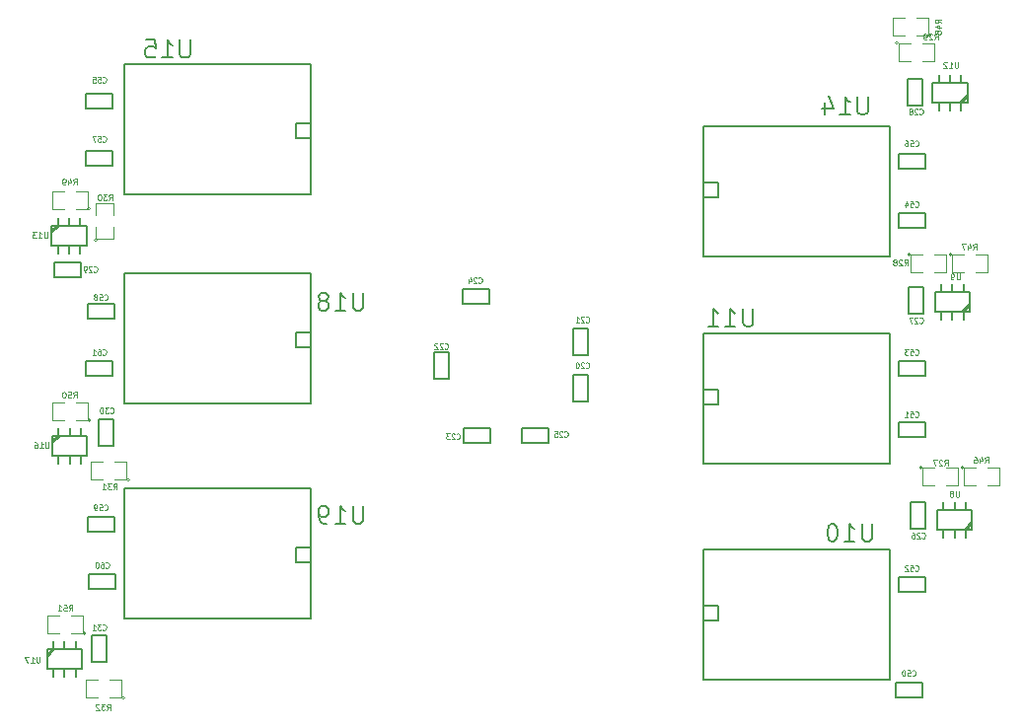
<source format=gbo>
G04 (created by PCBNEW (2013-08-23 BZR 4296)-product) date 12/22/2013 7:01:24 PM*
%MOIN*%
G04 Gerber Fmt 3.4, Leading zero omitted, Abs format*
%FSLAX34Y34*%
G01*
G70*
G90*
G04 APERTURE LIST*
%ADD10C,0.005906*%
%ADD11C,0.005000*%
%ADD12C,0.003900*%
%ADD13C,0.004500*%
%ADD14C,0.004300*%
G04 APERTURE END LIST*
G54D10*
G54D11*
X71100Y-47325D02*
X71700Y-47325D01*
X71700Y-47325D02*
X71700Y-51725D01*
X71700Y-51725D02*
X65400Y-51725D01*
X65400Y-51725D02*
X65400Y-47325D01*
X65400Y-47325D02*
X71050Y-47325D01*
X65400Y-50975D02*
X65400Y-48075D01*
X71700Y-48125D02*
X71700Y-51025D01*
X66000Y-51725D02*
X71000Y-51725D01*
X71100Y-47325D02*
X66100Y-47325D01*
X71700Y-49325D02*
X71200Y-49325D01*
X71200Y-49325D02*
X71200Y-49825D01*
X71200Y-49825D02*
X71700Y-49825D01*
X80550Y-57800D02*
X80550Y-58700D01*
X80550Y-58700D02*
X81050Y-58700D01*
X81050Y-58700D02*
X81050Y-57800D01*
X81050Y-57800D02*
X80550Y-57800D01*
X80575Y-56250D02*
X80575Y-57150D01*
X80575Y-57150D02*
X81075Y-57150D01*
X81075Y-57150D02*
X81075Y-56250D01*
X81075Y-56250D02*
X80575Y-56250D01*
X76375Y-57950D02*
X76375Y-57050D01*
X76375Y-57050D02*
X75875Y-57050D01*
X75875Y-57050D02*
X75875Y-57950D01*
X75875Y-57950D02*
X76375Y-57950D01*
X77775Y-59625D02*
X76875Y-59625D01*
X76875Y-59625D02*
X76875Y-60125D01*
X76875Y-60125D02*
X77775Y-60125D01*
X77775Y-60125D02*
X77775Y-59625D01*
X76825Y-55425D02*
X77725Y-55425D01*
X77725Y-55425D02*
X77725Y-54925D01*
X77725Y-54925D02*
X76825Y-54925D01*
X76825Y-54925D02*
X76825Y-55425D01*
X79725Y-59600D02*
X78825Y-59600D01*
X78825Y-59600D02*
X78825Y-60100D01*
X78825Y-60100D02*
X79725Y-60100D01*
X79725Y-60100D02*
X79725Y-59600D01*
X91975Y-62100D02*
X91975Y-63000D01*
X91975Y-63000D02*
X92475Y-63000D01*
X92475Y-63000D02*
X92475Y-62100D01*
X92475Y-62100D02*
X91975Y-62100D01*
X91900Y-54850D02*
X91900Y-55750D01*
X91900Y-55750D02*
X92400Y-55750D01*
X92400Y-55750D02*
X92400Y-54850D01*
X92400Y-54850D02*
X91900Y-54850D01*
X91850Y-47825D02*
X91850Y-48725D01*
X91850Y-48725D02*
X92350Y-48725D01*
X92350Y-48725D02*
X92350Y-47825D01*
X92350Y-47825D02*
X91850Y-47825D01*
X63925Y-54000D02*
X63025Y-54000D01*
X63025Y-54000D02*
X63025Y-54500D01*
X63025Y-54500D02*
X63925Y-54500D01*
X63925Y-54500D02*
X63925Y-54000D01*
X65025Y-60200D02*
X65025Y-59300D01*
X65025Y-59300D02*
X64525Y-59300D01*
X64525Y-59300D02*
X64525Y-60200D01*
X64525Y-60200D02*
X65025Y-60200D01*
X64800Y-67500D02*
X64800Y-66600D01*
X64800Y-66600D02*
X64300Y-66600D01*
X64300Y-66600D02*
X64300Y-67500D01*
X64300Y-67500D02*
X64800Y-67500D01*
G54D12*
X92350Y-60950D02*
G75*
G03X92350Y-60950I-50J0D01*
G74*
G01*
X92750Y-60950D02*
X92350Y-60950D01*
X92350Y-60950D02*
X92350Y-61550D01*
X92350Y-61550D02*
X92750Y-61550D01*
X93150Y-61550D02*
X93550Y-61550D01*
X93550Y-61550D02*
X93550Y-60950D01*
X93550Y-60950D02*
X93150Y-60950D01*
X91950Y-53750D02*
G75*
G03X91950Y-53750I-50J0D01*
G74*
G01*
X92350Y-53750D02*
X91950Y-53750D01*
X91950Y-53750D02*
X91950Y-54350D01*
X91950Y-54350D02*
X92350Y-54350D01*
X92750Y-54350D02*
X93150Y-54350D01*
X93150Y-54350D02*
X93150Y-53750D01*
X93150Y-53750D02*
X92750Y-53750D01*
X91550Y-46600D02*
G75*
G03X91550Y-46600I-50J0D01*
G74*
G01*
X91950Y-46600D02*
X91550Y-46600D01*
X91550Y-46600D02*
X91550Y-47200D01*
X91550Y-47200D02*
X91950Y-47200D01*
X92350Y-47200D02*
X92750Y-47200D01*
X92750Y-47200D02*
X92750Y-46600D01*
X92750Y-46600D02*
X92350Y-46600D01*
X64475Y-53275D02*
G75*
G03X64475Y-53275I-50J0D01*
G74*
G01*
X64425Y-52825D02*
X64425Y-53225D01*
X64425Y-53225D02*
X65025Y-53225D01*
X65025Y-53225D02*
X65025Y-52825D01*
X65025Y-52425D02*
X65025Y-52025D01*
X65025Y-52025D02*
X64425Y-52025D01*
X64425Y-52025D02*
X64425Y-52425D01*
X65575Y-61350D02*
G75*
G03X65575Y-61350I-50J0D01*
G74*
G01*
X65075Y-61350D02*
X65475Y-61350D01*
X65475Y-61350D02*
X65475Y-60750D01*
X65475Y-60750D02*
X65075Y-60750D01*
X64675Y-60750D02*
X64275Y-60750D01*
X64275Y-60750D02*
X64275Y-61350D01*
X64275Y-61350D02*
X64675Y-61350D01*
X65400Y-68725D02*
G75*
G03X65400Y-68725I-50J0D01*
G74*
G01*
X64900Y-68725D02*
X65300Y-68725D01*
X65300Y-68725D02*
X65300Y-68125D01*
X65300Y-68125D02*
X64900Y-68125D01*
X64500Y-68125D02*
X64100Y-68125D01*
X64100Y-68125D02*
X64100Y-68725D01*
X64100Y-68725D02*
X64500Y-68725D01*
G54D11*
X92859Y-63035D02*
X94041Y-63035D01*
X94041Y-63035D02*
X94041Y-62365D01*
X94041Y-62365D02*
X92859Y-62365D01*
X92859Y-62365D02*
X92859Y-63035D01*
X93785Y-63034D02*
X94040Y-62779D01*
X93845Y-63034D02*
X94040Y-62839D01*
X93450Y-62362D02*
X93450Y-62102D01*
X93075Y-62362D02*
X93075Y-62102D01*
X93825Y-62362D02*
X93825Y-62102D01*
X93450Y-63038D02*
X93450Y-63298D01*
X93075Y-63038D02*
X93075Y-63298D01*
X93825Y-63038D02*
X93825Y-63298D01*
X92784Y-55685D02*
X93966Y-55685D01*
X93966Y-55685D02*
X93966Y-55015D01*
X93966Y-55015D02*
X92784Y-55015D01*
X92784Y-55015D02*
X92784Y-55685D01*
X93710Y-55684D02*
X93965Y-55429D01*
X93770Y-55684D02*
X93965Y-55489D01*
X93375Y-55012D02*
X93375Y-54752D01*
X93000Y-55012D02*
X93000Y-54752D01*
X93750Y-55012D02*
X93750Y-54752D01*
X93375Y-55688D02*
X93375Y-55948D01*
X93000Y-55688D02*
X93000Y-55948D01*
X93750Y-55688D02*
X93750Y-55948D01*
X85575Y-68125D02*
X84975Y-68125D01*
X84975Y-68125D02*
X84975Y-63725D01*
X84975Y-63725D02*
X91275Y-63725D01*
X91275Y-63725D02*
X91275Y-68125D01*
X91275Y-68125D02*
X85625Y-68125D01*
X91275Y-64475D02*
X91275Y-67375D01*
X84975Y-67325D02*
X84975Y-64425D01*
X90675Y-63725D02*
X85675Y-63725D01*
X85575Y-68125D02*
X90575Y-68125D01*
X84975Y-66125D02*
X85475Y-66125D01*
X85475Y-66125D02*
X85475Y-65625D01*
X85475Y-65625D02*
X84975Y-65625D01*
X85550Y-60800D02*
X84950Y-60800D01*
X84950Y-60800D02*
X84950Y-56400D01*
X84950Y-56400D02*
X91250Y-56400D01*
X91250Y-56400D02*
X91250Y-60800D01*
X91250Y-60800D02*
X85600Y-60800D01*
X91250Y-57150D02*
X91250Y-60050D01*
X84950Y-60000D02*
X84950Y-57100D01*
X90650Y-56400D02*
X85650Y-56400D01*
X85550Y-60800D02*
X90550Y-60800D01*
X84950Y-58800D02*
X85450Y-58800D01*
X85450Y-58800D02*
X85450Y-58300D01*
X85450Y-58300D02*
X84950Y-58300D01*
X92709Y-48610D02*
X93891Y-48610D01*
X93891Y-48610D02*
X93891Y-47940D01*
X93891Y-47940D02*
X92709Y-47940D01*
X92709Y-47940D02*
X92709Y-48610D01*
X93635Y-48609D02*
X93890Y-48354D01*
X93695Y-48609D02*
X93890Y-48414D01*
X93300Y-47937D02*
X93300Y-47677D01*
X92925Y-47937D02*
X92925Y-47677D01*
X93675Y-47937D02*
X93675Y-47677D01*
X93300Y-48613D02*
X93300Y-48873D01*
X92925Y-48613D02*
X92925Y-48873D01*
X93675Y-48613D02*
X93675Y-48873D01*
X64116Y-52765D02*
X62934Y-52765D01*
X62934Y-52765D02*
X62934Y-53435D01*
X62934Y-53435D02*
X64116Y-53435D01*
X64116Y-53435D02*
X64116Y-52765D01*
X63190Y-52766D02*
X62935Y-53021D01*
X63130Y-52766D02*
X62935Y-52961D01*
X63525Y-53438D02*
X63525Y-53698D01*
X63900Y-53438D02*
X63900Y-53698D01*
X63150Y-53438D02*
X63150Y-53698D01*
X63525Y-52762D02*
X63525Y-52502D01*
X63900Y-52762D02*
X63900Y-52502D01*
X63150Y-52762D02*
X63150Y-52502D01*
X85550Y-53800D02*
X84950Y-53800D01*
X84950Y-53800D02*
X84950Y-49400D01*
X84950Y-49400D02*
X91250Y-49400D01*
X91250Y-49400D02*
X91250Y-53800D01*
X91250Y-53800D02*
X85600Y-53800D01*
X91250Y-50150D02*
X91250Y-53050D01*
X84950Y-53000D02*
X84950Y-50100D01*
X90650Y-49400D02*
X85650Y-49400D01*
X85550Y-53800D02*
X90550Y-53800D01*
X84950Y-51800D02*
X85450Y-51800D01*
X85450Y-51800D02*
X85450Y-51300D01*
X85450Y-51300D02*
X84950Y-51300D01*
X64141Y-59865D02*
X62959Y-59865D01*
X62959Y-59865D02*
X62959Y-60535D01*
X62959Y-60535D02*
X64141Y-60535D01*
X64141Y-60535D02*
X64141Y-59865D01*
X63215Y-59866D02*
X62960Y-60121D01*
X63155Y-59866D02*
X62960Y-60061D01*
X63550Y-60538D02*
X63550Y-60798D01*
X63925Y-60538D02*
X63925Y-60798D01*
X63175Y-60538D02*
X63175Y-60798D01*
X63550Y-59862D02*
X63550Y-59602D01*
X63925Y-59862D02*
X63925Y-59602D01*
X63175Y-59862D02*
X63175Y-59602D01*
X63966Y-67090D02*
X62784Y-67090D01*
X62784Y-67090D02*
X62784Y-67760D01*
X62784Y-67760D02*
X63966Y-67760D01*
X63966Y-67760D02*
X63966Y-67090D01*
X63040Y-67091D02*
X62785Y-67346D01*
X62980Y-67091D02*
X62785Y-67286D01*
X63375Y-67763D02*
X63375Y-68023D01*
X63750Y-67763D02*
X63750Y-68023D01*
X63000Y-67763D02*
X63000Y-68023D01*
X63375Y-67087D02*
X63375Y-66827D01*
X63750Y-67087D02*
X63750Y-66827D01*
X63000Y-67087D02*
X63000Y-66827D01*
X71100Y-54375D02*
X71700Y-54375D01*
X71700Y-54375D02*
X71700Y-58775D01*
X71700Y-58775D02*
X65400Y-58775D01*
X65400Y-58775D02*
X65400Y-54375D01*
X65400Y-54375D02*
X71050Y-54375D01*
X65400Y-58025D02*
X65400Y-55125D01*
X71700Y-55175D02*
X71700Y-58075D01*
X66000Y-58775D02*
X71000Y-58775D01*
X71100Y-54375D02*
X66100Y-54375D01*
X71700Y-56375D02*
X71200Y-56375D01*
X71200Y-56375D02*
X71200Y-56875D01*
X71200Y-56875D02*
X71700Y-56875D01*
X71100Y-61650D02*
X71700Y-61650D01*
X71700Y-61650D02*
X71700Y-66050D01*
X71700Y-66050D02*
X65400Y-66050D01*
X65400Y-66050D02*
X65400Y-61650D01*
X65400Y-61650D02*
X71050Y-61650D01*
X65400Y-65300D02*
X65400Y-62400D01*
X71700Y-62450D02*
X71700Y-65350D01*
X66000Y-66050D02*
X71000Y-66050D01*
X71100Y-61650D02*
X66100Y-61650D01*
X71700Y-63650D02*
X71200Y-63650D01*
X71200Y-63650D02*
X71200Y-64150D01*
X71200Y-64150D02*
X71700Y-64150D01*
X91450Y-68700D02*
X92350Y-68700D01*
X92350Y-68700D02*
X92350Y-68200D01*
X92350Y-68200D02*
X91450Y-68200D01*
X91450Y-68200D02*
X91450Y-68700D01*
X91550Y-59900D02*
X92450Y-59900D01*
X92450Y-59900D02*
X92450Y-59400D01*
X92450Y-59400D02*
X91550Y-59400D01*
X91550Y-59400D02*
X91550Y-59900D01*
X91550Y-65150D02*
X92450Y-65150D01*
X92450Y-65150D02*
X92450Y-64650D01*
X92450Y-64650D02*
X91550Y-64650D01*
X91550Y-64650D02*
X91550Y-65150D01*
X92450Y-57350D02*
X91550Y-57350D01*
X91550Y-57350D02*
X91550Y-57850D01*
X91550Y-57850D02*
X92450Y-57850D01*
X92450Y-57850D02*
X92450Y-57350D01*
X92450Y-52350D02*
X91550Y-52350D01*
X91550Y-52350D02*
X91550Y-52850D01*
X91550Y-52850D02*
X92450Y-52850D01*
X92450Y-52850D02*
X92450Y-52350D01*
X65000Y-48300D02*
X64100Y-48300D01*
X64100Y-48300D02*
X64100Y-48800D01*
X64100Y-48800D02*
X65000Y-48800D01*
X65000Y-48800D02*
X65000Y-48300D01*
X91550Y-50850D02*
X92450Y-50850D01*
X92450Y-50850D02*
X92450Y-50350D01*
X92450Y-50350D02*
X91550Y-50350D01*
X91550Y-50350D02*
X91550Y-50850D01*
X64100Y-50750D02*
X65000Y-50750D01*
X65000Y-50750D02*
X65000Y-50250D01*
X65000Y-50250D02*
X64100Y-50250D01*
X64100Y-50250D02*
X64100Y-50750D01*
X64150Y-55900D02*
X65050Y-55900D01*
X65050Y-55900D02*
X65050Y-55400D01*
X65050Y-55400D02*
X64150Y-55400D01*
X64150Y-55400D02*
X64150Y-55900D01*
X64150Y-63100D02*
X65050Y-63100D01*
X65050Y-63100D02*
X65050Y-62600D01*
X65050Y-62600D02*
X64150Y-62600D01*
X64150Y-62600D02*
X64150Y-63100D01*
X64200Y-65050D02*
X65100Y-65050D01*
X65100Y-65050D02*
X65100Y-64550D01*
X65100Y-64550D02*
X64200Y-64550D01*
X64200Y-64550D02*
X64200Y-65050D01*
X65000Y-57350D02*
X64100Y-57350D01*
X64100Y-57350D02*
X64100Y-57850D01*
X64100Y-57850D02*
X65000Y-57850D01*
X65000Y-57850D02*
X65000Y-57350D01*
G54D12*
X93750Y-60950D02*
G75*
G03X93750Y-60950I-50J0D01*
G74*
G01*
X94150Y-60950D02*
X93750Y-60950D01*
X93750Y-60950D02*
X93750Y-61550D01*
X93750Y-61550D02*
X94150Y-61550D01*
X94550Y-61550D02*
X94950Y-61550D01*
X94950Y-61550D02*
X94950Y-60950D01*
X94950Y-60950D02*
X94550Y-60950D01*
X93350Y-53750D02*
G75*
G03X93350Y-53750I-50J0D01*
G74*
G01*
X93750Y-53750D02*
X93350Y-53750D01*
X93350Y-53750D02*
X93350Y-54350D01*
X93350Y-54350D02*
X93750Y-54350D01*
X94150Y-54350D02*
X94550Y-54350D01*
X94550Y-54350D02*
X94550Y-53750D01*
X94550Y-53750D02*
X94150Y-53750D01*
X92650Y-46350D02*
G75*
G03X92650Y-46350I-50J0D01*
G74*
G01*
X92150Y-46350D02*
X92550Y-46350D01*
X92550Y-46350D02*
X92550Y-45750D01*
X92550Y-45750D02*
X92150Y-45750D01*
X91750Y-45750D02*
X91350Y-45750D01*
X91350Y-45750D02*
X91350Y-46350D01*
X91350Y-46350D02*
X91750Y-46350D01*
X64250Y-52200D02*
G75*
G03X64250Y-52200I-50J0D01*
G74*
G01*
X63750Y-52200D02*
X64150Y-52200D01*
X64150Y-52200D02*
X64150Y-51600D01*
X64150Y-51600D02*
X63750Y-51600D01*
X63350Y-51600D02*
X62950Y-51600D01*
X62950Y-51600D02*
X62950Y-52200D01*
X62950Y-52200D02*
X63350Y-52200D01*
X64250Y-59350D02*
G75*
G03X64250Y-59350I-50J0D01*
G74*
G01*
X63750Y-59350D02*
X64150Y-59350D01*
X64150Y-59350D02*
X64150Y-58750D01*
X64150Y-58750D02*
X63750Y-58750D01*
X63350Y-58750D02*
X62950Y-58750D01*
X62950Y-58750D02*
X62950Y-59350D01*
X62950Y-59350D02*
X63350Y-59350D01*
X64100Y-66550D02*
G75*
G03X64100Y-66550I-50J0D01*
G74*
G01*
X63600Y-66550D02*
X64000Y-66550D01*
X64000Y-66550D02*
X64000Y-65950D01*
X64000Y-65950D02*
X63600Y-65950D01*
X63200Y-65950D02*
X62800Y-65950D01*
X62800Y-65950D02*
X62800Y-66550D01*
X62800Y-66550D02*
X63200Y-66550D01*
G54D11*
X67617Y-46496D02*
X67617Y-46982D01*
X67589Y-47039D01*
X67560Y-47067D01*
X67503Y-47096D01*
X67389Y-47096D01*
X67332Y-47067D01*
X67303Y-47039D01*
X67275Y-46982D01*
X67275Y-46496D01*
X66675Y-47096D02*
X67017Y-47096D01*
X66846Y-47096D02*
X66846Y-46496D01*
X66903Y-46582D01*
X66960Y-46639D01*
X67017Y-46667D01*
X66132Y-46496D02*
X66417Y-46496D01*
X66446Y-46782D01*
X66417Y-46753D01*
X66360Y-46725D01*
X66217Y-46725D01*
X66160Y-46753D01*
X66132Y-46782D01*
X66103Y-46839D01*
X66103Y-46982D01*
X66132Y-47039D01*
X66160Y-47067D01*
X66217Y-47096D01*
X66360Y-47096D01*
X66417Y-47067D01*
X66446Y-47039D01*
G54D13*
X80990Y-57571D02*
X80999Y-57580D01*
X81025Y-57590D01*
X81042Y-57590D01*
X81067Y-57580D01*
X81085Y-57561D01*
X81093Y-57542D01*
X81102Y-57504D01*
X81102Y-57476D01*
X81093Y-57438D01*
X81085Y-57419D01*
X81067Y-57400D01*
X81042Y-57390D01*
X81025Y-57390D01*
X80999Y-57400D01*
X80990Y-57409D01*
X80922Y-57409D02*
X80913Y-57400D01*
X80896Y-57390D01*
X80853Y-57390D01*
X80836Y-57400D01*
X80827Y-57409D01*
X80819Y-57428D01*
X80819Y-57447D01*
X80827Y-57476D01*
X80930Y-57590D01*
X80819Y-57590D01*
X80707Y-57390D02*
X80690Y-57390D01*
X80673Y-57400D01*
X80665Y-57409D01*
X80656Y-57428D01*
X80647Y-57466D01*
X80647Y-57514D01*
X80656Y-57552D01*
X80665Y-57571D01*
X80673Y-57580D01*
X80690Y-57590D01*
X80707Y-57590D01*
X80725Y-57580D01*
X80733Y-57571D01*
X80742Y-57552D01*
X80750Y-57514D01*
X80750Y-57466D01*
X80742Y-57428D01*
X80733Y-57409D01*
X80725Y-57400D01*
X80707Y-57390D01*
X80990Y-56021D02*
X80999Y-56030D01*
X81025Y-56040D01*
X81042Y-56040D01*
X81067Y-56030D01*
X81085Y-56011D01*
X81093Y-55992D01*
X81102Y-55954D01*
X81102Y-55926D01*
X81093Y-55888D01*
X81085Y-55869D01*
X81067Y-55850D01*
X81042Y-55840D01*
X81025Y-55840D01*
X80999Y-55850D01*
X80990Y-55859D01*
X80922Y-55859D02*
X80913Y-55850D01*
X80896Y-55840D01*
X80853Y-55840D01*
X80836Y-55850D01*
X80827Y-55859D01*
X80819Y-55878D01*
X80819Y-55897D01*
X80827Y-55926D01*
X80930Y-56040D01*
X80819Y-56040D01*
X80647Y-56040D02*
X80750Y-56040D01*
X80699Y-56040D02*
X80699Y-55840D01*
X80716Y-55869D01*
X80733Y-55888D01*
X80750Y-55897D01*
X76215Y-56921D02*
X76224Y-56930D01*
X76250Y-56940D01*
X76267Y-56940D01*
X76292Y-56930D01*
X76310Y-56911D01*
X76318Y-56892D01*
X76327Y-56854D01*
X76327Y-56826D01*
X76318Y-56788D01*
X76310Y-56769D01*
X76292Y-56750D01*
X76267Y-56740D01*
X76250Y-56740D01*
X76224Y-56750D01*
X76215Y-56759D01*
X76147Y-56759D02*
X76138Y-56750D01*
X76121Y-56740D01*
X76078Y-56740D01*
X76061Y-56750D01*
X76052Y-56759D01*
X76044Y-56778D01*
X76044Y-56797D01*
X76052Y-56826D01*
X76155Y-56940D01*
X76044Y-56940D01*
X75975Y-56759D02*
X75967Y-56750D01*
X75950Y-56740D01*
X75907Y-56740D01*
X75890Y-56750D01*
X75881Y-56759D01*
X75872Y-56778D01*
X75872Y-56797D01*
X75881Y-56826D01*
X75984Y-56940D01*
X75872Y-56940D01*
X76615Y-59971D02*
X76624Y-59980D01*
X76650Y-59990D01*
X76667Y-59990D01*
X76692Y-59980D01*
X76710Y-59961D01*
X76718Y-59942D01*
X76727Y-59904D01*
X76727Y-59876D01*
X76718Y-59838D01*
X76710Y-59819D01*
X76692Y-59800D01*
X76667Y-59790D01*
X76650Y-59790D01*
X76624Y-59800D01*
X76615Y-59809D01*
X76547Y-59809D02*
X76538Y-59800D01*
X76521Y-59790D01*
X76478Y-59790D01*
X76461Y-59800D01*
X76452Y-59809D01*
X76444Y-59828D01*
X76444Y-59847D01*
X76452Y-59876D01*
X76555Y-59990D01*
X76444Y-59990D01*
X76384Y-59790D02*
X76272Y-59790D01*
X76332Y-59866D01*
X76307Y-59866D01*
X76290Y-59876D01*
X76281Y-59885D01*
X76272Y-59904D01*
X76272Y-59952D01*
X76281Y-59971D01*
X76290Y-59980D01*
X76307Y-59990D01*
X76358Y-59990D01*
X76375Y-59980D01*
X76384Y-59971D01*
X77365Y-54696D02*
X77374Y-54705D01*
X77400Y-54715D01*
X77417Y-54715D01*
X77442Y-54705D01*
X77460Y-54686D01*
X77468Y-54667D01*
X77477Y-54629D01*
X77477Y-54601D01*
X77468Y-54563D01*
X77460Y-54544D01*
X77442Y-54525D01*
X77417Y-54515D01*
X77400Y-54515D01*
X77374Y-54525D01*
X77365Y-54534D01*
X77297Y-54534D02*
X77288Y-54525D01*
X77271Y-54515D01*
X77228Y-54515D01*
X77211Y-54525D01*
X77202Y-54534D01*
X77194Y-54553D01*
X77194Y-54572D01*
X77202Y-54601D01*
X77305Y-54715D01*
X77194Y-54715D01*
X77040Y-54582D02*
X77040Y-54715D01*
X77082Y-54505D02*
X77125Y-54648D01*
X77014Y-54648D01*
X80265Y-59896D02*
X80274Y-59905D01*
X80300Y-59915D01*
X80317Y-59915D01*
X80342Y-59905D01*
X80360Y-59886D01*
X80368Y-59867D01*
X80377Y-59829D01*
X80377Y-59801D01*
X80368Y-59763D01*
X80360Y-59744D01*
X80342Y-59725D01*
X80317Y-59715D01*
X80300Y-59715D01*
X80274Y-59725D01*
X80265Y-59734D01*
X80197Y-59734D02*
X80188Y-59725D01*
X80171Y-59715D01*
X80128Y-59715D01*
X80111Y-59725D01*
X80102Y-59734D01*
X80094Y-59753D01*
X80094Y-59772D01*
X80102Y-59801D01*
X80205Y-59915D01*
X80094Y-59915D01*
X79931Y-59715D02*
X80017Y-59715D01*
X80025Y-59810D01*
X80017Y-59801D01*
X80000Y-59791D01*
X79957Y-59791D01*
X79940Y-59801D01*
X79931Y-59810D01*
X79922Y-59829D01*
X79922Y-59877D01*
X79931Y-59896D01*
X79940Y-59905D01*
X79957Y-59915D01*
X80000Y-59915D01*
X80017Y-59905D01*
X80025Y-59896D01*
X92340Y-63321D02*
X92349Y-63330D01*
X92375Y-63340D01*
X92392Y-63340D01*
X92417Y-63330D01*
X92435Y-63311D01*
X92443Y-63292D01*
X92452Y-63254D01*
X92452Y-63226D01*
X92443Y-63188D01*
X92435Y-63169D01*
X92417Y-63150D01*
X92392Y-63140D01*
X92375Y-63140D01*
X92349Y-63150D01*
X92340Y-63159D01*
X92272Y-63159D02*
X92263Y-63150D01*
X92246Y-63140D01*
X92203Y-63140D01*
X92186Y-63150D01*
X92177Y-63159D01*
X92169Y-63178D01*
X92169Y-63197D01*
X92177Y-63226D01*
X92280Y-63340D01*
X92169Y-63340D01*
X92015Y-63140D02*
X92049Y-63140D01*
X92066Y-63150D01*
X92075Y-63159D01*
X92092Y-63188D01*
X92100Y-63226D01*
X92100Y-63302D01*
X92092Y-63321D01*
X92083Y-63330D01*
X92066Y-63340D01*
X92032Y-63340D01*
X92015Y-63330D01*
X92006Y-63321D01*
X91997Y-63302D01*
X91997Y-63254D01*
X92006Y-63235D01*
X92015Y-63226D01*
X92032Y-63216D01*
X92066Y-63216D01*
X92083Y-63226D01*
X92092Y-63235D01*
X92100Y-63254D01*
X92265Y-56046D02*
X92274Y-56055D01*
X92300Y-56065D01*
X92317Y-56065D01*
X92342Y-56055D01*
X92360Y-56036D01*
X92368Y-56017D01*
X92377Y-55979D01*
X92377Y-55951D01*
X92368Y-55913D01*
X92360Y-55894D01*
X92342Y-55875D01*
X92317Y-55865D01*
X92300Y-55865D01*
X92274Y-55875D01*
X92265Y-55884D01*
X92197Y-55884D02*
X92188Y-55875D01*
X92171Y-55865D01*
X92128Y-55865D01*
X92111Y-55875D01*
X92102Y-55884D01*
X92094Y-55903D01*
X92094Y-55922D01*
X92102Y-55951D01*
X92205Y-56065D01*
X92094Y-56065D01*
X92034Y-55865D02*
X91914Y-55865D01*
X91991Y-56065D01*
X92265Y-48996D02*
X92274Y-49005D01*
X92300Y-49015D01*
X92317Y-49015D01*
X92342Y-49005D01*
X92360Y-48986D01*
X92368Y-48967D01*
X92377Y-48929D01*
X92377Y-48901D01*
X92368Y-48863D01*
X92360Y-48844D01*
X92342Y-48825D01*
X92317Y-48815D01*
X92300Y-48815D01*
X92274Y-48825D01*
X92265Y-48834D01*
X92197Y-48834D02*
X92188Y-48825D01*
X92171Y-48815D01*
X92128Y-48815D01*
X92111Y-48825D01*
X92102Y-48834D01*
X92094Y-48853D01*
X92094Y-48872D01*
X92102Y-48901D01*
X92205Y-49015D01*
X92094Y-49015D01*
X91991Y-48901D02*
X92008Y-48891D01*
X92017Y-48882D01*
X92025Y-48863D01*
X92025Y-48853D01*
X92017Y-48834D01*
X92008Y-48825D01*
X91991Y-48815D01*
X91957Y-48815D01*
X91940Y-48825D01*
X91931Y-48834D01*
X91922Y-48853D01*
X91922Y-48863D01*
X91931Y-48882D01*
X91940Y-48891D01*
X91957Y-48901D01*
X91991Y-48901D01*
X92008Y-48910D01*
X92017Y-48920D01*
X92025Y-48939D01*
X92025Y-48977D01*
X92017Y-48996D01*
X92008Y-49005D01*
X91991Y-49015D01*
X91957Y-49015D01*
X91940Y-49005D01*
X91931Y-48996D01*
X91922Y-48977D01*
X91922Y-48939D01*
X91931Y-48920D01*
X91940Y-48910D01*
X91957Y-48901D01*
X64365Y-54321D02*
X64374Y-54330D01*
X64400Y-54340D01*
X64417Y-54340D01*
X64442Y-54330D01*
X64460Y-54311D01*
X64468Y-54292D01*
X64477Y-54254D01*
X64477Y-54226D01*
X64468Y-54188D01*
X64460Y-54169D01*
X64442Y-54150D01*
X64417Y-54140D01*
X64400Y-54140D01*
X64374Y-54150D01*
X64365Y-54159D01*
X64297Y-54159D02*
X64288Y-54150D01*
X64271Y-54140D01*
X64228Y-54140D01*
X64211Y-54150D01*
X64202Y-54159D01*
X64194Y-54178D01*
X64194Y-54197D01*
X64202Y-54226D01*
X64305Y-54340D01*
X64194Y-54340D01*
X64108Y-54340D02*
X64074Y-54340D01*
X64057Y-54330D01*
X64048Y-54321D01*
X64031Y-54292D01*
X64022Y-54254D01*
X64022Y-54178D01*
X64031Y-54159D01*
X64040Y-54150D01*
X64057Y-54140D01*
X64091Y-54140D01*
X64108Y-54150D01*
X64117Y-54159D01*
X64125Y-54178D01*
X64125Y-54226D01*
X64117Y-54245D01*
X64108Y-54254D01*
X64091Y-54264D01*
X64057Y-54264D01*
X64040Y-54254D01*
X64031Y-54245D01*
X64022Y-54226D01*
X64915Y-59096D02*
X64924Y-59105D01*
X64950Y-59115D01*
X64967Y-59115D01*
X64992Y-59105D01*
X65010Y-59086D01*
X65018Y-59067D01*
X65027Y-59029D01*
X65027Y-59001D01*
X65018Y-58963D01*
X65010Y-58944D01*
X64992Y-58925D01*
X64967Y-58915D01*
X64950Y-58915D01*
X64924Y-58925D01*
X64915Y-58934D01*
X64855Y-58915D02*
X64744Y-58915D01*
X64804Y-58991D01*
X64778Y-58991D01*
X64761Y-59001D01*
X64752Y-59010D01*
X64744Y-59029D01*
X64744Y-59077D01*
X64752Y-59096D01*
X64761Y-59105D01*
X64778Y-59115D01*
X64830Y-59115D01*
X64847Y-59105D01*
X64855Y-59096D01*
X64632Y-58915D02*
X64615Y-58915D01*
X64598Y-58925D01*
X64590Y-58934D01*
X64581Y-58953D01*
X64572Y-58991D01*
X64572Y-59039D01*
X64581Y-59077D01*
X64590Y-59096D01*
X64598Y-59105D01*
X64615Y-59115D01*
X64632Y-59115D01*
X64650Y-59105D01*
X64658Y-59096D01*
X64667Y-59077D01*
X64675Y-59039D01*
X64675Y-58991D01*
X64667Y-58953D01*
X64658Y-58934D01*
X64650Y-58925D01*
X64632Y-58915D01*
X64665Y-66421D02*
X64674Y-66430D01*
X64700Y-66440D01*
X64717Y-66440D01*
X64742Y-66430D01*
X64760Y-66411D01*
X64768Y-66392D01*
X64777Y-66354D01*
X64777Y-66326D01*
X64768Y-66288D01*
X64760Y-66269D01*
X64742Y-66250D01*
X64717Y-66240D01*
X64700Y-66240D01*
X64674Y-66250D01*
X64665Y-66259D01*
X64605Y-66240D02*
X64494Y-66240D01*
X64554Y-66316D01*
X64528Y-66316D01*
X64511Y-66326D01*
X64502Y-66335D01*
X64494Y-66354D01*
X64494Y-66402D01*
X64502Y-66421D01*
X64511Y-66430D01*
X64528Y-66440D01*
X64580Y-66440D01*
X64597Y-66430D01*
X64605Y-66421D01*
X64322Y-66440D02*
X64425Y-66440D01*
X64374Y-66440D02*
X64374Y-66240D01*
X64391Y-66269D01*
X64408Y-66288D01*
X64425Y-66297D01*
G54D14*
X93101Y-60889D02*
X93167Y-60795D01*
X93214Y-60889D02*
X93214Y-60692D01*
X93139Y-60692D01*
X93120Y-60701D01*
X93111Y-60710D01*
X93101Y-60729D01*
X93101Y-60757D01*
X93111Y-60776D01*
X93120Y-60785D01*
X93139Y-60795D01*
X93214Y-60795D01*
X93026Y-60710D02*
X93017Y-60701D01*
X92998Y-60692D01*
X92951Y-60692D01*
X92932Y-60701D01*
X92923Y-60710D01*
X92914Y-60729D01*
X92914Y-60748D01*
X92923Y-60776D01*
X93035Y-60889D01*
X92914Y-60889D01*
X92848Y-60692D02*
X92717Y-60692D01*
X92801Y-60889D01*
X91751Y-54114D02*
X91817Y-54020D01*
X91864Y-54114D02*
X91864Y-53917D01*
X91789Y-53917D01*
X91770Y-53926D01*
X91761Y-53935D01*
X91751Y-53954D01*
X91751Y-53982D01*
X91761Y-54001D01*
X91770Y-54010D01*
X91789Y-54020D01*
X91864Y-54020D01*
X91676Y-53935D02*
X91667Y-53926D01*
X91648Y-53917D01*
X91601Y-53917D01*
X91582Y-53926D01*
X91573Y-53935D01*
X91564Y-53954D01*
X91564Y-53973D01*
X91573Y-54001D01*
X91685Y-54114D01*
X91564Y-54114D01*
X91451Y-54001D02*
X91470Y-53992D01*
X91479Y-53982D01*
X91488Y-53964D01*
X91488Y-53954D01*
X91479Y-53935D01*
X91470Y-53926D01*
X91451Y-53917D01*
X91413Y-53917D01*
X91395Y-53926D01*
X91385Y-53935D01*
X91376Y-53954D01*
X91376Y-53964D01*
X91385Y-53982D01*
X91395Y-53992D01*
X91413Y-54001D01*
X91451Y-54001D01*
X91470Y-54010D01*
X91479Y-54020D01*
X91488Y-54039D01*
X91488Y-54076D01*
X91479Y-54095D01*
X91470Y-54104D01*
X91451Y-54114D01*
X91413Y-54114D01*
X91395Y-54104D01*
X91385Y-54095D01*
X91376Y-54076D01*
X91376Y-54039D01*
X91385Y-54020D01*
X91395Y-54010D01*
X91413Y-54001D01*
X92776Y-46489D02*
X92842Y-46395D01*
X92889Y-46489D02*
X92889Y-46292D01*
X92814Y-46292D01*
X92795Y-46301D01*
X92786Y-46310D01*
X92776Y-46329D01*
X92776Y-46357D01*
X92786Y-46376D01*
X92795Y-46385D01*
X92814Y-46395D01*
X92889Y-46395D01*
X92701Y-46310D02*
X92692Y-46301D01*
X92673Y-46292D01*
X92626Y-46292D01*
X92607Y-46301D01*
X92598Y-46310D01*
X92589Y-46329D01*
X92589Y-46348D01*
X92598Y-46376D01*
X92710Y-46489D01*
X92589Y-46489D01*
X92495Y-46489D02*
X92457Y-46489D01*
X92438Y-46479D01*
X92429Y-46470D01*
X92410Y-46442D01*
X92401Y-46404D01*
X92401Y-46329D01*
X92410Y-46310D01*
X92420Y-46301D01*
X92438Y-46292D01*
X92476Y-46292D01*
X92495Y-46301D01*
X92504Y-46310D01*
X92513Y-46329D01*
X92513Y-46376D01*
X92504Y-46395D01*
X92495Y-46404D01*
X92476Y-46414D01*
X92438Y-46414D01*
X92420Y-46404D01*
X92410Y-46395D01*
X92401Y-46376D01*
X64876Y-51914D02*
X64942Y-51820D01*
X64989Y-51914D02*
X64989Y-51717D01*
X64914Y-51717D01*
X64895Y-51726D01*
X64886Y-51735D01*
X64876Y-51754D01*
X64876Y-51782D01*
X64886Y-51801D01*
X64895Y-51810D01*
X64914Y-51820D01*
X64989Y-51820D01*
X64810Y-51717D02*
X64689Y-51717D01*
X64754Y-51792D01*
X64726Y-51792D01*
X64707Y-51801D01*
X64698Y-51810D01*
X64689Y-51829D01*
X64689Y-51876D01*
X64698Y-51895D01*
X64707Y-51904D01*
X64726Y-51914D01*
X64782Y-51914D01*
X64801Y-51904D01*
X64810Y-51895D01*
X64567Y-51717D02*
X64548Y-51717D01*
X64529Y-51726D01*
X64520Y-51735D01*
X64510Y-51754D01*
X64501Y-51792D01*
X64501Y-51839D01*
X64510Y-51876D01*
X64520Y-51895D01*
X64529Y-51904D01*
X64548Y-51914D01*
X64567Y-51914D01*
X64585Y-51904D01*
X64595Y-51895D01*
X64604Y-51876D01*
X64613Y-51839D01*
X64613Y-51792D01*
X64604Y-51754D01*
X64595Y-51735D01*
X64585Y-51726D01*
X64567Y-51717D01*
X65026Y-61689D02*
X65092Y-61595D01*
X65139Y-61689D02*
X65139Y-61492D01*
X65064Y-61492D01*
X65045Y-61501D01*
X65036Y-61510D01*
X65026Y-61529D01*
X65026Y-61557D01*
X65036Y-61576D01*
X65045Y-61585D01*
X65064Y-61595D01*
X65139Y-61595D01*
X64960Y-61492D02*
X64839Y-61492D01*
X64904Y-61567D01*
X64876Y-61567D01*
X64857Y-61576D01*
X64848Y-61585D01*
X64839Y-61604D01*
X64839Y-61651D01*
X64848Y-61670D01*
X64857Y-61679D01*
X64876Y-61689D01*
X64932Y-61689D01*
X64951Y-61679D01*
X64960Y-61670D01*
X64651Y-61689D02*
X64763Y-61689D01*
X64707Y-61689D02*
X64707Y-61492D01*
X64726Y-61520D01*
X64745Y-61539D01*
X64763Y-61548D01*
X64801Y-69139D02*
X64867Y-69045D01*
X64914Y-69139D02*
X64914Y-68942D01*
X64839Y-68942D01*
X64820Y-68951D01*
X64811Y-68960D01*
X64801Y-68979D01*
X64801Y-69007D01*
X64811Y-69026D01*
X64820Y-69035D01*
X64839Y-69045D01*
X64914Y-69045D01*
X64735Y-68942D02*
X64614Y-68942D01*
X64679Y-69017D01*
X64651Y-69017D01*
X64632Y-69026D01*
X64623Y-69035D01*
X64614Y-69054D01*
X64614Y-69101D01*
X64623Y-69120D01*
X64632Y-69129D01*
X64651Y-69139D01*
X64707Y-69139D01*
X64726Y-69129D01*
X64735Y-69120D01*
X64538Y-68960D02*
X64529Y-68951D01*
X64510Y-68942D01*
X64463Y-68942D01*
X64445Y-68951D01*
X64435Y-68960D01*
X64426Y-68979D01*
X64426Y-68998D01*
X64435Y-69026D01*
X64548Y-69139D01*
X64426Y-69139D01*
G54D12*
X93600Y-61742D02*
X93600Y-61901D01*
X93590Y-61920D01*
X93581Y-61929D01*
X93562Y-61939D01*
X93525Y-61939D01*
X93506Y-61929D01*
X93496Y-61920D01*
X93487Y-61901D01*
X93487Y-61742D01*
X93365Y-61826D02*
X93384Y-61817D01*
X93393Y-61807D01*
X93403Y-61789D01*
X93403Y-61779D01*
X93393Y-61760D01*
X93384Y-61751D01*
X93365Y-61742D01*
X93328Y-61742D01*
X93309Y-61751D01*
X93299Y-61760D01*
X93290Y-61779D01*
X93290Y-61789D01*
X93299Y-61807D01*
X93309Y-61817D01*
X93328Y-61826D01*
X93365Y-61826D01*
X93384Y-61835D01*
X93393Y-61845D01*
X93403Y-61864D01*
X93403Y-61901D01*
X93393Y-61920D01*
X93384Y-61929D01*
X93365Y-61939D01*
X93328Y-61939D01*
X93309Y-61929D01*
X93299Y-61920D01*
X93290Y-61901D01*
X93290Y-61864D01*
X93299Y-61845D01*
X93309Y-61835D01*
X93328Y-61826D01*
X93625Y-54392D02*
X93625Y-54551D01*
X93615Y-54570D01*
X93606Y-54579D01*
X93587Y-54589D01*
X93550Y-54589D01*
X93531Y-54579D01*
X93521Y-54570D01*
X93512Y-54551D01*
X93512Y-54392D01*
X93409Y-54589D02*
X93371Y-54589D01*
X93353Y-54579D01*
X93343Y-54570D01*
X93324Y-54542D01*
X93315Y-54504D01*
X93315Y-54429D01*
X93324Y-54410D01*
X93334Y-54401D01*
X93353Y-54392D01*
X93390Y-54392D01*
X93409Y-54401D01*
X93418Y-54410D01*
X93428Y-54429D01*
X93428Y-54476D01*
X93418Y-54495D01*
X93409Y-54504D01*
X93390Y-54514D01*
X93353Y-54514D01*
X93334Y-54504D01*
X93324Y-54495D01*
X93315Y-54476D01*
G54D11*
X90667Y-62846D02*
X90667Y-63332D01*
X90639Y-63389D01*
X90610Y-63417D01*
X90553Y-63446D01*
X90439Y-63446D01*
X90382Y-63417D01*
X90353Y-63389D01*
X90325Y-63332D01*
X90325Y-62846D01*
X89725Y-63446D02*
X90067Y-63446D01*
X89896Y-63446D02*
X89896Y-62846D01*
X89953Y-62932D01*
X90010Y-62989D01*
X90067Y-63017D01*
X89353Y-62846D02*
X89296Y-62846D01*
X89239Y-62875D01*
X89210Y-62903D01*
X89182Y-62960D01*
X89153Y-63075D01*
X89153Y-63217D01*
X89182Y-63332D01*
X89210Y-63389D01*
X89239Y-63417D01*
X89296Y-63446D01*
X89353Y-63446D01*
X89410Y-63417D01*
X89439Y-63389D01*
X89467Y-63332D01*
X89496Y-63217D01*
X89496Y-63075D01*
X89467Y-62960D01*
X89439Y-62903D01*
X89410Y-62875D01*
X89353Y-62846D01*
X86642Y-55571D02*
X86642Y-56057D01*
X86614Y-56114D01*
X86585Y-56142D01*
X86528Y-56171D01*
X86414Y-56171D01*
X86357Y-56142D01*
X86328Y-56114D01*
X86300Y-56057D01*
X86300Y-55571D01*
X85700Y-56171D02*
X86042Y-56171D01*
X85871Y-56171D02*
X85871Y-55571D01*
X85928Y-55657D01*
X85985Y-55714D01*
X86042Y-55742D01*
X85128Y-56171D02*
X85471Y-56171D01*
X85300Y-56171D02*
X85300Y-55571D01*
X85357Y-55657D01*
X85414Y-55714D01*
X85471Y-55742D01*
G54D12*
X93568Y-47242D02*
X93568Y-47401D01*
X93559Y-47420D01*
X93550Y-47429D01*
X93531Y-47439D01*
X93493Y-47439D01*
X93475Y-47429D01*
X93465Y-47420D01*
X93456Y-47401D01*
X93456Y-47242D01*
X93259Y-47439D02*
X93371Y-47439D01*
X93315Y-47439D02*
X93315Y-47242D01*
X93334Y-47270D01*
X93353Y-47289D01*
X93371Y-47298D01*
X93184Y-47260D02*
X93174Y-47251D01*
X93156Y-47242D01*
X93109Y-47242D01*
X93090Y-47251D01*
X93081Y-47260D01*
X93071Y-47279D01*
X93071Y-47298D01*
X93081Y-47326D01*
X93193Y-47439D01*
X93071Y-47439D01*
X62793Y-52992D02*
X62793Y-53151D01*
X62784Y-53170D01*
X62775Y-53179D01*
X62756Y-53189D01*
X62718Y-53189D01*
X62700Y-53179D01*
X62690Y-53170D01*
X62681Y-53151D01*
X62681Y-52992D01*
X62484Y-53189D02*
X62596Y-53189D01*
X62540Y-53189D02*
X62540Y-52992D01*
X62559Y-53020D01*
X62578Y-53039D01*
X62596Y-53048D01*
X62418Y-52992D02*
X62296Y-52992D01*
X62362Y-53067D01*
X62334Y-53067D01*
X62315Y-53076D01*
X62306Y-53085D01*
X62296Y-53104D01*
X62296Y-53151D01*
X62306Y-53170D01*
X62315Y-53179D01*
X62334Y-53189D01*
X62390Y-53189D01*
X62409Y-53179D01*
X62418Y-53170D01*
G54D11*
X90517Y-48421D02*
X90517Y-48907D01*
X90489Y-48964D01*
X90460Y-48992D01*
X90403Y-49021D01*
X90289Y-49021D01*
X90232Y-48992D01*
X90203Y-48964D01*
X90175Y-48907D01*
X90175Y-48421D01*
X89575Y-49021D02*
X89917Y-49021D01*
X89746Y-49021D02*
X89746Y-48421D01*
X89803Y-48507D01*
X89860Y-48564D01*
X89917Y-48592D01*
X89060Y-48621D02*
X89060Y-49021D01*
X89203Y-48392D02*
X89346Y-48821D01*
X88975Y-48821D01*
G54D12*
X62843Y-60092D02*
X62843Y-60251D01*
X62834Y-60270D01*
X62825Y-60279D01*
X62806Y-60289D01*
X62768Y-60289D01*
X62750Y-60279D01*
X62740Y-60270D01*
X62731Y-60251D01*
X62731Y-60092D01*
X62534Y-60289D02*
X62646Y-60289D01*
X62590Y-60289D02*
X62590Y-60092D01*
X62609Y-60120D01*
X62628Y-60139D01*
X62646Y-60148D01*
X62365Y-60092D02*
X62403Y-60092D01*
X62421Y-60101D01*
X62431Y-60110D01*
X62449Y-60139D01*
X62459Y-60176D01*
X62459Y-60251D01*
X62449Y-60270D01*
X62440Y-60279D01*
X62421Y-60289D01*
X62384Y-60289D01*
X62365Y-60279D01*
X62356Y-60270D01*
X62346Y-60251D01*
X62346Y-60204D01*
X62356Y-60185D01*
X62365Y-60176D01*
X62384Y-60167D01*
X62421Y-60167D01*
X62440Y-60176D01*
X62449Y-60185D01*
X62459Y-60204D01*
X62543Y-67342D02*
X62543Y-67501D01*
X62534Y-67520D01*
X62525Y-67529D01*
X62506Y-67539D01*
X62468Y-67539D01*
X62450Y-67529D01*
X62440Y-67520D01*
X62431Y-67501D01*
X62431Y-67342D01*
X62234Y-67539D02*
X62346Y-67539D01*
X62290Y-67539D02*
X62290Y-67342D01*
X62309Y-67370D01*
X62328Y-67389D01*
X62346Y-67398D01*
X62168Y-67342D02*
X62037Y-67342D01*
X62121Y-67539D01*
G54D11*
X73467Y-55046D02*
X73467Y-55532D01*
X73439Y-55589D01*
X73410Y-55617D01*
X73353Y-55646D01*
X73239Y-55646D01*
X73182Y-55617D01*
X73153Y-55589D01*
X73125Y-55532D01*
X73125Y-55046D01*
X72525Y-55646D02*
X72867Y-55646D01*
X72696Y-55646D02*
X72696Y-55046D01*
X72753Y-55132D01*
X72810Y-55189D01*
X72867Y-55217D01*
X72182Y-55303D02*
X72239Y-55275D01*
X72267Y-55246D01*
X72296Y-55189D01*
X72296Y-55160D01*
X72267Y-55103D01*
X72239Y-55075D01*
X72182Y-55046D01*
X72067Y-55046D01*
X72010Y-55075D01*
X71982Y-55103D01*
X71953Y-55160D01*
X71953Y-55189D01*
X71982Y-55246D01*
X72010Y-55275D01*
X72067Y-55303D01*
X72182Y-55303D01*
X72239Y-55332D01*
X72267Y-55360D01*
X72296Y-55417D01*
X72296Y-55532D01*
X72267Y-55589D01*
X72239Y-55617D01*
X72182Y-55646D01*
X72067Y-55646D01*
X72010Y-55617D01*
X71982Y-55589D01*
X71953Y-55532D01*
X71953Y-55417D01*
X71982Y-55360D01*
X72010Y-55332D01*
X72067Y-55303D01*
X73467Y-62246D02*
X73467Y-62732D01*
X73439Y-62789D01*
X73410Y-62817D01*
X73353Y-62846D01*
X73239Y-62846D01*
X73182Y-62817D01*
X73153Y-62789D01*
X73125Y-62732D01*
X73125Y-62246D01*
X72525Y-62846D02*
X72867Y-62846D01*
X72696Y-62846D02*
X72696Y-62246D01*
X72753Y-62332D01*
X72810Y-62389D01*
X72867Y-62417D01*
X72239Y-62846D02*
X72125Y-62846D01*
X72067Y-62817D01*
X72039Y-62789D01*
X71982Y-62703D01*
X71953Y-62589D01*
X71953Y-62360D01*
X71982Y-62303D01*
X72010Y-62275D01*
X72067Y-62246D01*
X72182Y-62246D01*
X72239Y-62275D01*
X72267Y-62303D01*
X72296Y-62360D01*
X72296Y-62503D01*
X72267Y-62560D01*
X72239Y-62589D01*
X72182Y-62617D01*
X72067Y-62617D01*
X72010Y-62589D01*
X71982Y-62560D01*
X71953Y-62503D01*
G54D13*
X92015Y-67971D02*
X92024Y-67980D01*
X92050Y-67990D01*
X92067Y-67990D01*
X92092Y-67980D01*
X92110Y-67961D01*
X92118Y-67942D01*
X92127Y-67904D01*
X92127Y-67876D01*
X92118Y-67838D01*
X92110Y-67819D01*
X92092Y-67800D01*
X92067Y-67790D01*
X92050Y-67790D01*
X92024Y-67800D01*
X92015Y-67809D01*
X91852Y-67790D02*
X91938Y-67790D01*
X91947Y-67885D01*
X91938Y-67876D01*
X91921Y-67866D01*
X91878Y-67866D01*
X91861Y-67876D01*
X91852Y-67885D01*
X91844Y-67904D01*
X91844Y-67952D01*
X91852Y-67971D01*
X91861Y-67980D01*
X91878Y-67990D01*
X91921Y-67990D01*
X91938Y-67980D01*
X91947Y-67971D01*
X91732Y-67790D02*
X91715Y-67790D01*
X91698Y-67800D01*
X91690Y-67809D01*
X91681Y-67828D01*
X91672Y-67866D01*
X91672Y-67914D01*
X91681Y-67952D01*
X91690Y-67971D01*
X91698Y-67980D01*
X91715Y-67990D01*
X91732Y-67990D01*
X91750Y-67980D01*
X91758Y-67971D01*
X91767Y-67952D01*
X91775Y-67914D01*
X91775Y-67866D01*
X91767Y-67828D01*
X91758Y-67809D01*
X91750Y-67800D01*
X91732Y-67790D01*
X92115Y-59221D02*
X92124Y-59230D01*
X92150Y-59240D01*
X92167Y-59240D01*
X92192Y-59230D01*
X92210Y-59211D01*
X92218Y-59192D01*
X92227Y-59154D01*
X92227Y-59126D01*
X92218Y-59088D01*
X92210Y-59069D01*
X92192Y-59050D01*
X92167Y-59040D01*
X92150Y-59040D01*
X92124Y-59050D01*
X92115Y-59059D01*
X91952Y-59040D02*
X92038Y-59040D01*
X92047Y-59135D01*
X92038Y-59126D01*
X92021Y-59116D01*
X91978Y-59116D01*
X91961Y-59126D01*
X91952Y-59135D01*
X91944Y-59154D01*
X91944Y-59202D01*
X91952Y-59221D01*
X91961Y-59230D01*
X91978Y-59240D01*
X92021Y-59240D01*
X92038Y-59230D01*
X92047Y-59221D01*
X91772Y-59240D02*
X91875Y-59240D01*
X91824Y-59240D02*
X91824Y-59040D01*
X91841Y-59069D01*
X91858Y-59088D01*
X91875Y-59097D01*
X92115Y-64421D02*
X92124Y-64430D01*
X92150Y-64440D01*
X92167Y-64440D01*
X92192Y-64430D01*
X92210Y-64411D01*
X92218Y-64392D01*
X92227Y-64354D01*
X92227Y-64326D01*
X92218Y-64288D01*
X92210Y-64269D01*
X92192Y-64250D01*
X92167Y-64240D01*
X92150Y-64240D01*
X92124Y-64250D01*
X92115Y-64259D01*
X91952Y-64240D02*
X92038Y-64240D01*
X92047Y-64335D01*
X92038Y-64326D01*
X92021Y-64316D01*
X91978Y-64316D01*
X91961Y-64326D01*
X91952Y-64335D01*
X91944Y-64354D01*
X91944Y-64402D01*
X91952Y-64421D01*
X91961Y-64430D01*
X91978Y-64440D01*
X92021Y-64440D01*
X92038Y-64430D01*
X92047Y-64421D01*
X91875Y-64259D02*
X91867Y-64250D01*
X91850Y-64240D01*
X91807Y-64240D01*
X91790Y-64250D01*
X91781Y-64259D01*
X91772Y-64278D01*
X91772Y-64297D01*
X91781Y-64326D01*
X91884Y-64440D01*
X91772Y-64440D01*
X92115Y-57121D02*
X92124Y-57130D01*
X92150Y-57140D01*
X92167Y-57140D01*
X92192Y-57130D01*
X92210Y-57111D01*
X92218Y-57092D01*
X92227Y-57054D01*
X92227Y-57026D01*
X92218Y-56988D01*
X92210Y-56969D01*
X92192Y-56950D01*
X92167Y-56940D01*
X92150Y-56940D01*
X92124Y-56950D01*
X92115Y-56959D01*
X91952Y-56940D02*
X92038Y-56940D01*
X92047Y-57035D01*
X92038Y-57026D01*
X92021Y-57016D01*
X91978Y-57016D01*
X91961Y-57026D01*
X91952Y-57035D01*
X91944Y-57054D01*
X91944Y-57102D01*
X91952Y-57121D01*
X91961Y-57130D01*
X91978Y-57140D01*
X92021Y-57140D01*
X92038Y-57130D01*
X92047Y-57121D01*
X91884Y-56940D02*
X91772Y-56940D01*
X91832Y-57016D01*
X91807Y-57016D01*
X91790Y-57026D01*
X91781Y-57035D01*
X91772Y-57054D01*
X91772Y-57102D01*
X91781Y-57121D01*
X91790Y-57130D01*
X91807Y-57140D01*
X91858Y-57140D01*
X91875Y-57130D01*
X91884Y-57121D01*
X92115Y-52121D02*
X92124Y-52130D01*
X92150Y-52140D01*
X92167Y-52140D01*
X92192Y-52130D01*
X92210Y-52111D01*
X92218Y-52092D01*
X92227Y-52054D01*
X92227Y-52026D01*
X92218Y-51988D01*
X92210Y-51969D01*
X92192Y-51950D01*
X92167Y-51940D01*
X92150Y-51940D01*
X92124Y-51950D01*
X92115Y-51959D01*
X91952Y-51940D02*
X92038Y-51940D01*
X92047Y-52035D01*
X92038Y-52026D01*
X92021Y-52016D01*
X91978Y-52016D01*
X91961Y-52026D01*
X91952Y-52035D01*
X91944Y-52054D01*
X91944Y-52102D01*
X91952Y-52121D01*
X91961Y-52130D01*
X91978Y-52140D01*
X92021Y-52140D01*
X92038Y-52130D01*
X92047Y-52121D01*
X91790Y-52007D02*
X91790Y-52140D01*
X91832Y-51930D02*
X91875Y-52073D01*
X91764Y-52073D01*
X64665Y-47921D02*
X64674Y-47930D01*
X64700Y-47940D01*
X64717Y-47940D01*
X64742Y-47930D01*
X64760Y-47911D01*
X64768Y-47892D01*
X64777Y-47854D01*
X64777Y-47826D01*
X64768Y-47788D01*
X64760Y-47769D01*
X64742Y-47750D01*
X64717Y-47740D01*
X64700Y-47740D01*
X64674Y-47750D01*
X64665Y-47759D01*
X64502Y-47740D02*
X64588Y-47740D01*
X64597Y-47835D01*
X64588Y-47826D01*
X64571Y-47816D01*
X64528Y-47816D01*
X64511Y-47826D01*
X64502Y-47835D01*
X64494Y-47854D01*
X64494Y-47902D01*
X64502Y-47921D01*
X64511Y-47930D01*
X64528Y-47940D01*
X64571Y-47940D01*
X64588Y-47930D01*
X64597Y-47921D01*
X64331Y-47740D02*
X64417Y-47740D01*
X64425Y-47835D01*
X64417Y-47826D01*
X64400Y-47816D01*
X64357Y-47816D01*
X64340Y-47826D01*
X64331Y-47835D01*
X64322Y-47854D01*
X64322Y-47902D01*
X64331Y-47921D01*
X64340Y-47930D01*
X64357Y-47940D01*
X64400Y-47940D01*
X64417Y-47930D01*
X64425Y-47921D01*
X92115Y-50071D02*
X92124Y-50080D01*
X92150Y-50090D01*
X92167Y-50090D01*
X92192Y-50080D01*
X92210Y-50061D01*
X92218Y-50042D01*
X92227Y-50004D01*
X92227Y-49976D01*
X92218Y-49938D01*
X92210Y-49919D01*
X92192Y-49900D01*
X92167Y-49890D01*
X92150Y-49890D01*
X92124Y-49900D01*
X92115Y-49909D01*
X91952Y-49890D02*
X92038Y-49890D01*
X92047Y-49985D01*
X92038Y-49976D01*
X92021Y-49966D01*
X91978Y-49966D01*
X91961Y-49976D01*
X91952Y-49985D01*
X91944Y-50004D01*
X91944Y-50052D01*
X91952Y-50071D01*
X91961Y-50080D01*
X91978Y-50090D01*
X92021Y-50090D01*
X92038Y-50080D01*
X92047Y-50071D01*
X91790Y-49890D02*
X91824Y-49890D01*
X91841Y-49900D01*
X91850Y-49909D01*
X91867Y-49938D01*
X91875Y-49976D01*
X91875Y-50052D01*
X91867Y-50071D01*
X91858Y-50080D01*
X91841Y-50090D01*
X91807Y-50090D01*
X91790Y-50080D01*
X91781Y-50071D01*
X91772Y-50052D01*
X91772Y-50004D01*
X91781Y-49985D01*
X91790Y-49976D01*
X91807Y-49966D01*
X91841Y-49966D01*
X91858Y-49976D01*
X91867Y-49985D01*
X91875Y-50004D01*
X64665Y-49921D02*
X64674Y-49930D01*
X64700Y-49940D01*
X64717Y-49940D01*
X64742Y-49930D01*
X64760Y-49911D01*
X64768Y-49892D01*
X64777Y-49854D01*
X64777Y-49826D01*
X64768Y-49788D01*
X64760Y-49769D01*
X64742Y-49750D01*
X64717Y-49740D01*
X64700Y-49740D01*
X64674Y-49750D01*
X64665Y-49759D01*
X64502Y-49740D02*
X64588Y-49740D01*
X64597Y-49835D01*
X64588Y-49826D01*
X64571Y-49816D01*
X64528Y-49816D01*
X64511Y-49826D01*
X64502Y-49835D01*
X64494Y-49854D01*
X64494Y-49902D01*
X64502Y-49921D01*
X64511Y-49930D01*
X64528Y-49940D01*
X64571Y-49940D01*
X64588Y-49930D01*
X64597Y-49921D01*
X64434Y-49740D02*
X64314Y-49740D01*
X64391Y-49940D01*
X64715Y-55271D02*
X64724Y-55280D01*
X64750Y-55290D01*
X64767Y-55290D01*
X64792Y-55280D01*
X64810Y-55261D01*
X64818Y-55242D01*
X64827Y-55204D01*
X64827Y-55176D01*
X64818Y-55138D01*
X64810Y-55119D01*
X64792Y-55100D01*
X64767Y-55090D01*
X64750Y-55090D01*
X64724Y-55100D01*
X64715Y-55109D01*
X64552Y-55090D02*
X64638Y-55090D01*
X64647Y-55185D01*
X64638Y-55176D01*
X64621Y-55166D01*
X64578Y-55166D01*
X64561Y-55176D01*
X64552Y-55185D01*
X64544Y-55204D01*
X64544Y-55252D01*
X64552Y-55271D01*
X64561Y-55280D01*
X64578Y-55290D01*
X64621Y-55290D01*
X64638Y-55280D01*
X64647Y-55271D01*
X64441Y-55176D02*
X64458Y-55166D01*
X64467Y-55157D01*
X64475Y-55138D01*
X64475Y-55128D01*
X64467Y-55109D01*
X64458Y-55100D01*
X64441Y-55090D01*
X64407Y-55090D01*
X64390Y-55100D01*
X64381Y-55109D01*
X64372Y-55128D01*
X64372Y-55138D01*
X64381Y-55157D01*
X64390Y-55166D01*
X64407Y-55176D01*
X64441Y-55176D01*
X64458Y-55185D01*
X64467Y-55195D01*
X64475Y-55214D01*
X64475Y-55252D01*
X64467Y-55271D01*
X64458Y-55280D01*
X64441Y-55290D01*
X64407Y-55290D01*
X64390Y-55280D01*
X64381Y-55271D01*
X64372Y-55252D01*
X64372Y-55214D01*
X64381Y-55195D01*
X64390Y-55185D01*
X64407Y-55176D01*
X64715Y-62371D02*
X64724Y-62380D01*
X64750Y-62390D01*
X64767Y-62390D01*
X64792Y-62380D01*
X64810Y-62361D01*
X64818Y-62342D01*
X64827Y-62304D01*
X64827Y-62276D01*
X64818Y-62238D01*
X64810Y-62219D01*
X64792Y-62200D01*
X64767Y-62190D01*
X64750Y-62190D01*
X64724Y-62200D01*
X64715Y-62209D01*
X64552Y-62190D02*
X64638Y-62190D01*
X64647Y-62285D01*
X64638Y-62276D01*
X64621Y-62266D01*
X64578Y-62266D01*
X64561Y-62276D01*
X64552Y-62285D01*
X64544Y-62304D01*
X64544Y-62352D01*
X64552Y-62371D01*
X64561Y-62380D01*
X64578Y-62390D01*
X64621Y-62390D01*
X64638Y-62380D01*
X64647Y-62371D01*
X64458Y-62390D02*
X64424Y-62390D01*
X64407Y-62380D01*
X64398Y-62371D01*
X64381Y-62342D01*
X64372Y-62304D01*
X64372Y-62228D01*
X64381Y-62209D01*
X64390Y-62200D01*
X64407Y-62190D01*
X64441Y-62190D01*
X64458Y-62200D01*
X64467Y-62209D01*
X64475Y-62228D01*
X64475Y-62276D01*
X64467Y-62295D01*
X64458Y-62304D01*
X64441Y-62314D01*
X64407Y-62314D01*
X64390Y-62304D01*
X64381Y-62295D01*
X64372Y-62276D01*
X64765Y-64321D02*
X64774Y-64330D01*
X64800Y-64340D01*
X64817Y-64340D01*
X64842Y-64330D01*
X64860Y-64311D01*
X64868Y-64292D01*
X64877Y-64254D01*
X64877Y-64226D01*
X64868Y-64188D01*
X64860Y-64169D01*
X64842Y-64150D01*
X64817Y-64140D01*
X64800Y-64140D01*
X64774Y-64150D01*
X64765Y-64159D01*
X64611Y-64140D02*
X64645Y-64140D01*
X64662Y-64150D01*
X64671Y-64159D01*
X64688Y-64188D01*
X64697Y-64226D01*
X64697Y-64302D01*
X64688Y-64321D01*
X64680Y-64330D01*
X64662Y-64340D01*
X64628Y-64340D01*
X64611Y-64330D01*
X64602Y-64321D01*
X64594Y-64302D01*
X64594Y-64254D01*
X64602Y-64235D01*
X64611Y-64226D01*
X64628Y-64216D01*
X64662Y-64216D01*
X64680Y-64226D01*
X64688Y-64235D01*
X64697Y-64254D01*
X64482Y-64140D02*
X64465Y-64140D01*
X64448Y-64150D01*
X64440Y-64159D01*
X64431Y-64178D01*
X64422Y-64216D01*
X64422Y-64264D01*
X64431Y-64302D01*
X64440Y-64321D01*
X64448Y-64330D01*
X64465Y-64340D01*
X64482Y-64340D01*
X64500Y-64330D01*
X64508Y-64321D01*
X64517Y-64302D01*
X64525Y-64264D01*
X64525Y-64216D01*
X64517Y-64178D01*
X64508Y-64159D01*
X64500Y-64150D01*
X64482Y-64140D01*
X64665Y-57121D02*
X64674Y-57130D01*
X64700Y-57140D01*
X64717Y-57140D01*
X64742Y-57130D01*
X64760Y-57111D01*
X64768Y-57092D01*
X64777Y-57054D01*
X64777Y-57026D01*
X64768Y-56988D01*
X64760Y-56969D01*
X64742Y-56950D01*
X64717Y-56940D01*
X64700Y-56940D01*
X64674Y-56950D01*
X64665Y-56959D01*
X64511Y-56940D02*
X64545Y-56940D01*
X64562Y-56950D01*
X64571Y-56959D01*
X64588Y-56988D01*
X64597Y-57026D01*
X64597Y-57102D01*
X64588Y-57121D01*
X64580Y-57130D01*
X64562Y-57140D01*
X64528Y-57140D01*
X64511Y-57130D01*
X64502Y-57121D01*
X64494Y-57102D01*
X64494Y-57054D01*
X64502Y-57035D01*
X64511Y-57026D01*
X64528Y-57016D01*
X64562Y-57016D01*
X64580Y-57026D01*
X64588Y-57035D01*
X64597Y-57054D01*
X64322Y-57140D02*
X64425Y-57140D01*
X64374Y-57140D02*
X64374Y-56940D01*
X64391Y-56969D01*
X64408Y-56988D01*
X64425Y-56997D01*
G54D14*
X94476Y-60789D02*
X94542Y-60695D01*
X94589Y-60789D02*
X94589Y-60592D01*
X94514Y-60592D01*
X94495Y-60601D01*
X94486Y-60610D01*
X94476Y-60629D01*
X94476Y-60657D01*
X94486Y-60676D01*
X94495Y-60685D01*
X94514Y-60695D01*
X94589Y-60695D01*
X94307Y-60657D02*
X94307Y-60789D01*
X94354Y-60582D02*
X94401Y-60723D01*
X94279Y-60723D01*
X94120Y-60592D02*
X94157Y-60592D01*
X94176Y-60601D01*
X94185Y-60610D01*
X94204Y-60639D01*
X94213Y-60676D01*
X94213Y-60751D01*
X94204Y-60770D01*
X94195Y-60779D01*
X94176Y-60789D01*
X94138Y-60789D01*
X94120Y-60779D01*
X94110Y-60770D01*
X94101Y-60751D01*
X94101Y-60704D01*
X94110Y-60685D01*
X94120Y-60676D01*
X94138Y-60667D01*
X94176Y-60667D01*
X94195Y-60676D01*
X94204Y-60685D01*
X94213Y-60704D01*
X94076Y-53589D02*
X94142Y-53495D01*
X94189Y-53589D02*
X94189Y-53392D01*
X94114Y-53392D01*
X94095Y-53401D01*
X94086Y-53410D01*
X94076Y-53429D01*
X94076Y-53457D01*
X94086Y-53476D01*
X94095Y-53485D01*
X94114Y-53495D01*
X94189Y-53495D01*
X93907Y-53457D02*
X93907Y-53589D01*
X93954Y-53382D02*
X94001Y-53523D01*
X93879Y-53523D01*
X93823Y-53392D02*
X93692Y-53392D01*
X93776Y-53589D01*
X92989Y-45923D02*
X92895Y-45857D01*
X92989Y-45810D02*
X92792Y-45810D01*
X92792Y-45885D01*
X92801Y-45904D01*
X92810Y-45913D01*
X92829Y-45923D01*
X92857Y-45923D01*
X92876Y-45913D01*
X92885Y-45904D01*
X92895Y-45885D01*
X92895Y-45810D01*
X92857Y-46092D02*
X92989Y-46092D01*
X92782Y-46045D02*
X92923Y-45998D01*
X92923Y-46120D01*
X92876Y-46223D02*
X92867Y-46204D01*
X92857Y-46195D01*
X92839Y-46186D01*
X92829Y-46186D01*
X92810Y-46195D01*
X92801Y-46204D01*
X92792Y-46223D01*
X92792Y-46261D01*
X92801Y-46279D01*
X92810Y-46289D01*
X92829Y-46298D01*
X92839Y-46298D01*
X92857Y-46289D01*
X92867Y-46279D01*
X92876Y-46261D01*
X92876Y-46223D01*
X92885Y-46204D01*
X92895Y-46195D01*
X92914Y-46186D01*
X92951Y-46186D01*
X92970Y-46195D01*
X92979Y-46204D01*
X92989Y-46223D01*
X92989Y-46261D01*
X92979Y-46279D01*
X92970Y-46289D01*
X92951Y-46298D01*
X92914Y-46298D01*
X92895Y-46289D01*
X92885Y-46279D01*
X92876Y-46261D01*
X63676Y-51389D02*
X63742Y-51295D01*
X63789Y-51389D02*
X63789Y-51192D01*
X63714Y-51192D01*
X63695Y-51201D01*
X63686Y-51210D01*
X63676Y-51229D01*
X63676Y-51257D01*
X63686Y-51276D01*
X63695Y-51285D01*
X63714Y-51295D01*
X63789Y-51295D01*
X63507Y-51257D02*
X63507Y-51389D01*
X63554Y-51182D02*
X63601Y-51323D01*
X63479Y-51323D01*
X63395Y-51389D02*
X63357Y-51389D01*
X63338Y-51379D01*
X63329Y-51370D01*
X63310Y-51342D01*
X63301Y-51304D01*
X63301Y-51229D01*
X63310Y-51210D01*
X63320Y-51201D01*
X63338Y-51192D01*
X63376Y-51192D01*
X63395Y-51201D01*
X63404Y-51210D01*
X63413Y-51229D01*
X63413Y-51276D01*
X63404Y-51295D01*
X63395Y-51304D01*
X63376Y-51314D01*
X63338Y-51314D01*
X63320Y-51304D01*
X63310Y-51295D01*
X63301Y-51276D01*
X63676Y-58589D02*
X63742Y-58495D01*
X63789Y-58589D02*
X63789Y-58392D01*
X63714Y-58392D01*
X63695Y-58401D01*
X63686Y-58410D01*
X63676Y-58429D01*
X63676Y-58457D01*
X63686Y-58476D01*
X63695Y-58485D01*
X63714Y-58495D01*
X63789Y-58495D01*
X63498Y-58392D02*
X63592Y-58392D01*
X63601Y-58485D01*
X63592Y-58476D01*
X63573Y-58467D01*
X63526Y-58467D01*
X63507Y-58476D01*
X63498Y-58485D01*
X63489Y-58504D01*
X63489Y-58551D01*
X63498Y-58570D01*
X63507Y-58579D01*
X63526Y-58589D01*
X63573Y-58589D01*
X63592Y-58579D01*
X63601Y-58570D01*
X63367Y-58392D02*
X63348Y-58392D01*
X63329Y-58401D01*
X63320Y-58410D01*
X63310Y-58429D01*
X63301Y-58467D01*
X63301Y-58514D01*
X63310Y-58551D01*
X63320Y-58570D01*
X63329Y-58579D01*
X63348Y-58589D01*
X63367Y-58589D01*
X63385Y-58579D01*
X63395Y-58570D01*
X63404Y-58551D01*
X63413Y-58514D01*
X63413Y-58467D01*
X63404Y-58429D01*
X63395Y-58410D01*
X63385Y-58401D01*
X63367Y-58392D01*
X63526Y-65789D02*
X63592Y-65695D01*
X63639Y-65789D02*
X63639Y-65592D01*
X63564Y-65592D01*
X63545Y-65601D01*
X63536Y-65610D01*
X63526Y-65629D01*
X63526Y-65657D01*
X63536Y-65676D01*
X63545Y-65685D01*
X63564Y-65695D01*
X63639Y-65695D01*
X63348Y-65592D02*
X63442Y-65592D01*
X63451Y-65685D01*
X63442Y-65676D01*
X63423Y-65667D01*
X63376Y-65667D01*
X63357Y-65676D01*
X63348Y-65685D01*
X63339Y-65704D01*
X63339Y-65751D01*
X63348Y-65770D01*
X63357Y-65779D01*
X63376Y-65789D01*
X63423Y-65789D01*
X63442Y-65779D01*
X63451Y-65770D01*
X63151Y-65789D02*
X63263Y-65789D01*
X63207Y-65789D02*
X63207Y-65592D01*
X63226Y-65620D01*
X63245Y-65639D01*
X63263Y-65648D01*
M02*

</source>
